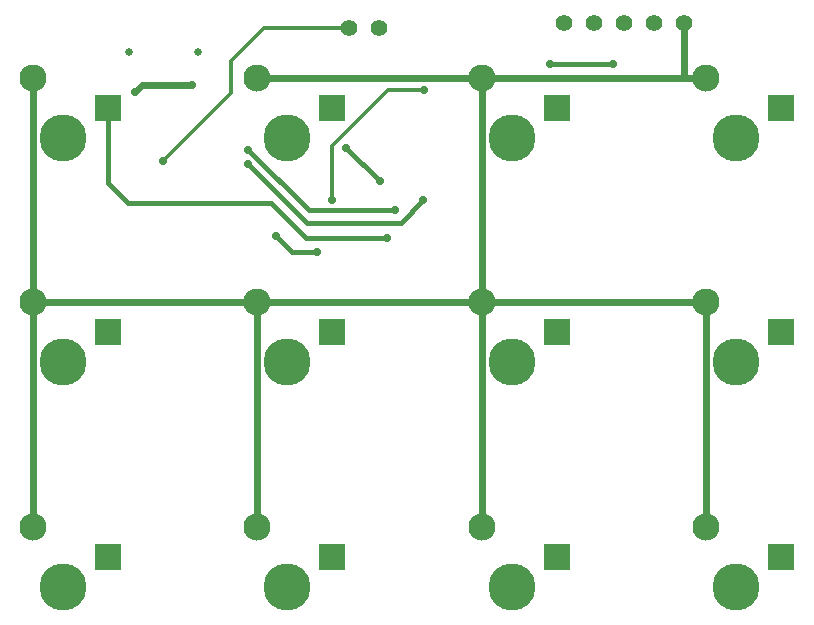
<source format=gbl>
G04*
G04 #@! TF.GenerationSoftware,Altium Limited,Altium Designer,19.1.8 (144)*
G04*
G04 Layer_Physical_Order=2*
G04 Layer_Color=16711680*
%FSLAX42Y42*%
%MOMM*%
G71*
G01*
G75*
%ADD26C,2.30*%
%ADD27R,2.30X2.30*%
%ADD28C,3.99*%
%ADD41C,0.40*%
%ADD42C,0.30*%
%ADD43C,0.60*%
%ADD46C,0.65*%
%ADD47C,1.40*%
%ADD48C,0.70*%
D26*
X-1204Y2408D02*
D03*
X-3104D02*
D03*
Y508D02*
D03*
X-1204D02*
D03*
X-3104Y-1392D02*
D03*
X-1204D02*
D03*
X696D02*
D03*
X2596D02*
D03*
X696Y508D02*
D03*
X2596D02*
D03*
Y2408D02*
D03*
X696D02*
D03*
D27*
X-569Y2154D02*
D03*
X-2469D02*
D03*
Y254D02*
D03*
X-569D02*
D03*
X-2469Y-1646D02*
D03*
X-569D02*
D03*
X1331D02*
D03*
X3231D02*
D03*
X1331Y254D02*
D03*
X3231D02*
D03*
Y2154D02*
D03*
X1331D02*
D03*
D28*
X-950Y1900D02*
D03*
X-2850D02*
D03*
Y-0D02*
D03*
X-950D02*
D03*
X-2850Y-1900D02*
D03*
X-950D02*
D03*
X950D02*
D03*
X2850D02*
D03*
X950Y-0D02*
D03*
X2850D02*
D03*
Y1900D02*
D03*
X950D02*
D03*
D41*
X-770Y1290D02*
X-40D01*
X-1280Y1800D02*
X-770Y1290D01*
X1270Y2520D02*
X1810D01*
X-910Y930D02*
X-700D01*
X-1050Y1070D02*
X-910Y930D01*
X-2469Y1519D02*
X-2300Y1350D01*
X-1090D01*
X-790Y1050D01*
X-110D01*
X10Y1180D02*
X200Y1370D01*
X-780Y1180D02*
X10D01*
X-1280Y1680D02*
X-780Y1180D01*
X-170Y1530D02*
X-170D01*
X-450Y1810D02*
X-170Y1530D01*
X-2469Y1519D02*
Y2154D01*
D42*
X-1150Y2825D02*
X-427D01*
X-1425Y2550D02*
X-1150Y2825D01*
X-1425Y2275D02*
Y2550D01*
X-2000Y1700D02*
X-1425Y2275D01*
X-100Y2300D02*
X210D01*
X-570Y1830D02*
X-100Y2300D01*
X-570Y1370D02*
Y1830D01*
X-570Y1370D02*
X-570Y1370D01*
D43*
X-2240Y2290D02*
X-2237D01*
X-2177Y2350D01*
X-1760D01*
X2410Y2408D02*
X2596D01*
X696D02*
X2410D01*
X2408Y2410D02*
X2410Y2408D01*
X2408Y2410D02*
Y2875D01*
X-1204Y2408D02*
X696D01*
Y508D02*
Y2408D01*
X2596Y-1392D02*
Y508D01*
X696Y-1392D02*
Y508D01*
X-1204Y-1392D02*
Y508D01*
X-3104Y-1392D02*
Y508D01*
X696D02*
X2596D01*
X-1204D02*
X696D01*
X-3104D02*
X-1204D01*
X-3104D02*
Y2408D01*
D46*
X-1711Y2625D02*
D03*
X-2289D02*
D03*
D47*
X-173Y2825D02*
D03*
X-427D02*
D03*
X1392Y2875D02*
D03*
X1646D02*
D03*
X1900D02*
D03*
X2154D02*
D03*
X2408D02*
D03*
D48*
X-40Y1290D02*
D03*
X-1760Y2350D02*
D03*
X1810Y2520D02*
D03*
X1270D02*
D03*
X-2240Y2290D02*
D03*
X-700Y930D02*
D03*
X-1050Y1070D02*
D03*
X210Y2300D02*
D03*
X200Y1370D02*
D03*
X-1280Y1680D02*
D03*
Y1800D02*
D03*
X-170Y1530D02*
D03*
X-110Y1050D02*
D03*
X-450Y1810D02*
D03*
X-570Y1370D02*
D03*
X-2000Y1700D02*
D03*
M02*

</source>
